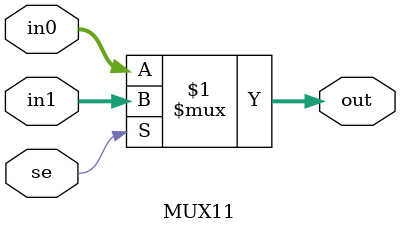
<source format=v>
module MUX11(in0, in1, se, out);
  input [11:0] in0, in1;
  input se;
  output [11:0] out;
  assign out = (se) ? in1: in0;
endmodule

</source>
